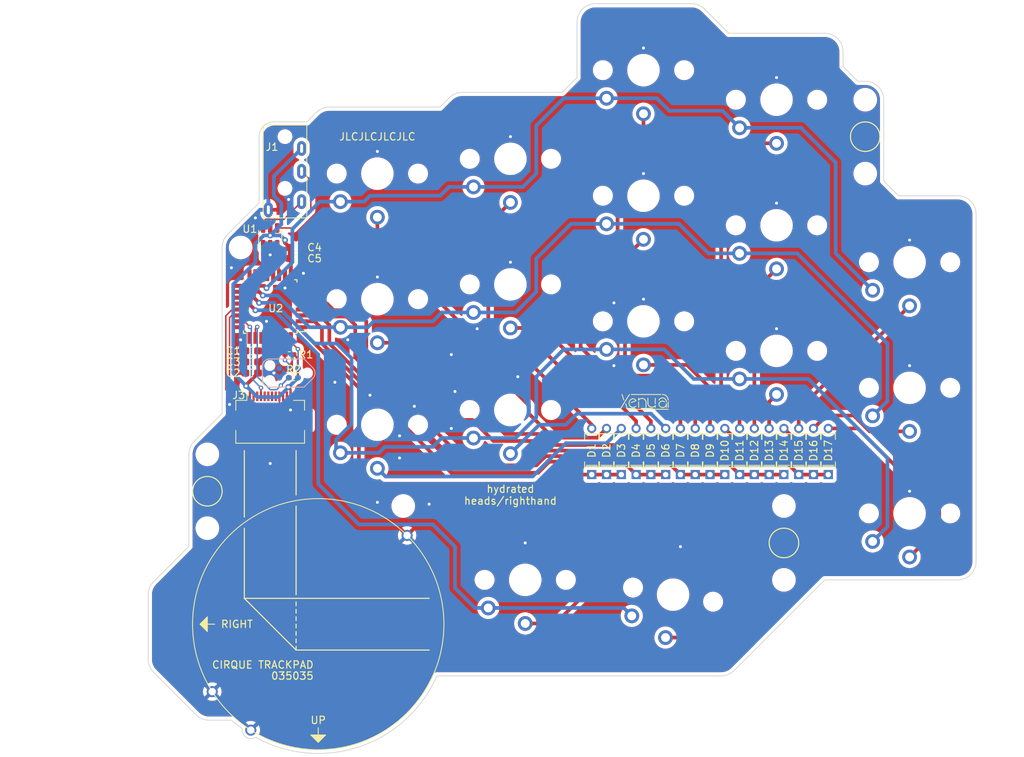
<source format=kicad_pcb>
(kicad_pcb (version 20211014) (generator pcbnew)

  (general
    (thickness 1.6)
  )

  (paper "A4")
  (layers
    (0 "F.Cu" signal)
    (31 "B.Cu" signal)
    (32 "B.Adhes" user "B.Adhesive")
    (33 "F.Adhes" user "F.Adhesive")
    (34 "B.Paste" user)
    (35 "F.Paste" user)
    (36 "B.SilkS" user "B.Silkscreen")
    (37 "F.SilkS" user "F.Silkscreen")
    (38 "B.Mask" user)
    (39 "F.Mask" user)
    (40 "Dwgs.User" user "User.Drawings")
    (41 "Cmts.User" user "User.Comments")
    (42 "Eco1.User" user "User.Eco1")
    (43 "Eco2.User" user "User.Eco2")
    (44 "Edge.Cuts" user)
    (45 "Margin" user)
    (46 "B.CrtYd" user "B.Courtyard")
    (47 "F.CrtYd" user "F.Courtyard")
    (48 "B.Fab" user)
    (49 "F.Fab" user)
    (50 "User.1" user)
    (51 "User.2" user)
    (52 "User.3" user)
    (53 "User.4" user)
    (54 "User.5" user)
    (55 "User.6" user)
    (56 "User.7" user)
    (57 "User.8" user)
    (58 "User.9" user)
  )

  (setup
    (stackup
      (layer "F.SilkS" (type "Top Silk Screen"))
      (layer "F.Paste" (type "Top Solder Paste"))
      (layer "F.Mask" (type "Top Solder Mask") (thickness 0.01))
      (layer "F.Cu" (type "copper") (thickness 0.035))
      (layer "dielectric 1" (type "core") (thickness 1.51) (material "FR4") (epsilon_r 4.5) (loss_tangent 0.02))
      (layer "B.Cu" (type "copper") (thickness 0.035))
      (layer "B.Mask" (type "Bottom Solder Mask") (thickness 0.01))
      (layer "B.Paste" (type "Bottom Solder Paste"))
      (layer "B.SilkS" (type "Bottom Silk Screen"))
      (copper_finish "None")
      (dielectric_constraints no)
    )
    (pad_to_mask_clearance 0)
    (pcbplotparams
      (layerselection 0x00010fc_ffffffff)
      (disableapertmacros false)
      (usegerberextensions false)
      (usegerberattributes true)
      (usegerberadvancedattributes true)
      (creategerberjobfile true)
      (svguseinch false)
      (svgprecision 6)
      (excludeedgelayer true)
      (plotframeref false)
      (viasonmask false)
      (mode 1)
      (useauxorigin false)
      (hpglpennumber 1)
      (hpglpenspeed 20)
      (hpglpendiameter 15.000000)
      (dxfpolygonmode true)
      (dxfimperialunits true)
      (dxfusepcbnewfont true)
      (psnegative false)
      (psa4output false)
      (plotreference true)
      (plotvalue true)
      (plotinvisibletext false)
      (sketchpadsonfab false)
      (subtractmaskfromsilk false)
      (outputformat 1)
      (mirror false)
      (drillshape 1)
      (scaleselection 1)
      (outputdirectory "")
    )
  )

  (net 0 "")
  (net 1 "GND")
  (net 2 "Net-(C1-Pad2)")
  (net 3 "+3V3")
  (net 4 "/SWDIO")
  (net 5 "/RST")
  (net 6 "/SWCLK")
  (net 7 "unconnected-(J2-Pad6)")
  (net 8 "/TRACK_SDA")
  (net 9 "/TRACK_SCL")
  (net 10 "/TRACK_BTN1")
  (net 11 "/TRACK_BTN3")
  (net 12 "/TRACK_BTN2")
  (net 13 "/TRACK_COPI")
  (net 14 "/TRACK_DATA_READY")
  (net 15 "/TRACK_CS")
  (net 16 "/TRACK_CIPO")
  (net 17 "/TRACK_SCK")
  (net 18 "/SCL")
  (net 19 "/SDA")
  (net 20 "Net-(J1-PadR2)")
  (net 21 "Net-(J1-PadR1)")
  (net 22 "C_PINKY")
  (net 23 "unconnected-(U2-Pad6)")
  (net 24 "unconnected-(U2-Pad7)")
  (net 25 "unconnected-(U2-Pad8)")
  (net 26 "R_TOP")
  (net 27 "R_HOME")
  (net 28 "R_BOTTOM")
  (net 29 "R_THUMB")
  (net 30 "C_INNER")
  (net 31 "C_INDEX")
  (net 32 "C_MIDDLE")
  (net 33 "C_RING")
  (net 34 "unconnected-(U2-Pad24)")
  (net 35 "unconnected-(U2-Pad25)")
  (net 36 "unconnected-(U2-Pad27)")
  (net 37 "Net-(D1-Pad2)")
  (net 38 "Net-(D2-Pad2)")
  (net 39 "Net-(D3-Pad2)")
  (net 40 "Net-(D4-Pad2)")
  (net 41 "Net-(D5-Pad2)")
  (net 42 "Net-(D6-Pad2)")
  (net 43 "Net-(D7-Pad2)")
  (net 44 "Net-(D8-Pad2)")
  (net 45 "Net-(D9-Pad2)")
  (net 46 "Net-(D10-Pad2)")
  (net 47 "Net-(D11-Pad2)")
  (net 48 "Net-(D12-Pad2)")
  (net 49 "Net-(D13-Pad2)")
  (net 50 "Net-(D14-Pad2)")
  (net 51 "Net-(D15-Pad2)")
  (net 52 "Net-(D16-Pad2)")
  (net 53 "Net-(D17-Pad2)")
  (net 54 "unconnected-(U2-Pad13)")
  (net 55 "unconnected-(U2-Pad14)")
  (net 56 "unconnected-(U2-Pad15)")
  (net 57 "unconnected-(U2-Pad16)")

  (footprint "Capacitor_SMD:C_0603_1608Metric_Pad1.08x0.95mm_HandSolder" (layer "F.Cu") (at 53 116.5 180))

  (footprint "MountingHole:MountingHole_2.2mm_M2_DIN965" (layer "F.Cu") (at 136 91))

  (footprint "mbk:Choc-1u-solder" (layer "F.Cu") (at 106 94))

  (footprint "Capacitor_SMD:C_0603_1608Metric_Pad1.08x0.95mm_HandSolder" (layer "F.Cu") (at 59 102.5))

  (footprint "mbk:Choc-1u-solder" (layer "F.Cu") (at 124 81))

  (footprint "1N4148:DIOAD829W49L456D191" (layer "F.Cu") (at 105 128.5 90))

  (footprint "mbk:Choc-1u-solder" (layer "F.Cu") (at 70 91))

  (footprint "1N4148:DIOAD829W49L456D191" (layer "F.Cu") (at 107 128.5 90))

  (footprint "Package_TO_SOT_SMD:SOT-23-6" (layer "F.Cu") (at 55.5 99.5 90))

  (footprint "1N4148:DIOAD829W49L456D191" (layer "F.Cu") (at 111 128.5 90))

  (footprint "Resistor_SMD:R_0402_1005Metric_Pad0.72x0.64mm_HandSolder" (layer "F.Cu") (at 58.0975 115.5 180))

  (footprint "1N4148:DIOAD829W49L456D191" (layer "F.Cu") (at 99 128.5 90))

  (footprint "cirque:cirque_TM035035" (layer "F.Cu") (at 62 152 180))

  (footprint "mbk:Choc-1u-solder" (layer "F.Cu") (at 124 98))

  (footprint "1N4148:DIOAD829W49L456D191" (layer "F.Cu") (at 127 128.5 90))

  (footprint "1N4148:DIOAD829W49L456D191" (layer "F.Cu") (at 125 128.5 90))

  (footprint "mbk:Choc-1u-solder" (layer "F.Cu") (at 88 106))

  (footprint "MountingHole:MountingHole_2.2mm_M2_DIN965" (layer "F.Cu") (at 136 81))

  (footprint "1N4148:DIOAD829W49L456D191" (layer "F.Cu") (at 117 128.5 90))

  (footprint "1N4148:DIOAD829W49L456D191" (layer "F.Cu") (at 109 128.5 90))

  (footprint "mbk:Choc-1u-solder" (layer "F.Cu") (at 142 103))

  (footprint "pj320a:Jack_3.5mm_PJ320A_Horizontal" (layer "F.Cu") (at 57.5 86 -90))

  (footprint "mbk:Choc-1u-solder" (layer "F.Cu") (at 142 137))

  (footprint "mbk:Choc-1u-solder" (layer "F.Cu") (at 124 115))

  (footprint "Connector_FFC-FPC:Hirose_FH12-12S-0.5SH_1x12-1MP_P0.50mm_Horizontal" (layer "F.Cu") (at 55.5 123))

  (footprint "1N4148:DIOAD829W49L456D191" (layer "F.Cu") (at 113 128.5 90))

  (footprint "1N4148:DIOAD829W49L456D191" (layer "F.Cu") (at 115 128.5 90))

  (footprint "mbk:Choc-1u-solder" (layer "F.Cu") (at 88 89))

  (footprint "Capacitor_SMD:C_0603_1608Metric_Pad1.08x0.95mm_HandSolder" (layer "F.Cu") (at 59 101))

  (footprint "xenua:sig" (layer "F.Cu") (at 102.845 122.905167))

  (footprint "MountingHole:MountingHole_2.2mm_M2_DIN965" (layer "F.Cu") (at 125 136))

  (footprint "mbk:Choc-1u-solder" (layer "F.Cu") (at 106 111))

  (footprint "MountingHole:MountingHole_2.2mm_M2_DIN965" (layer "F.Cu") (at 51.5 101))

  (footprint "1N4148:DIOAD829W49L456D191" (layer "F.Cu") (at 103 128.5 90))

  (footprint "MountingHole:MountingHole_2.2mm_M2_DIN965" (layer "F.Cu") (at 47 139))

  (footprint "1N4148:DIOAD829W49L456D191" (layer "F.Cu") (at 131 128.5 90))

  (footprint "mbk:Choc-1u-solder" (layer "F.Cu") (at 142 120))

  (footprint "Capacitor_SMD:C_0603_1608Metric_Pad1.08x0.95mm_HandSolder" (layer "F.Cu") (at 53 115))

  (footprint "MountingHole:MountingHole_2.2mm_M2_DIN965" (layer "F.Cu") (at 125 146))

  (footprint "mbk:Choc-1u-solder" (layer "F.Cu") (at 88 123))

  (footprint "mbk:Choc-1u-solder" (layer "F.Cu") (at 110 148 -10))

  (footprint "1N4148:DIOAD829W49L456D191" (layer "F.Cu") (at 121 128.5 90))

  (footprint "1N4148:DIOAD829W49L456D191" (layer "F.Cu") (at 119 128.5 90))

  (footprint "mbk:Choc-1u-solder" (layer "F.Cu") (at 70 108))

  (footprint "1N4148:DIOAD829W49L456D191" (layer "F.Cu") (at 101 128.5 90))

  (footprint "Resistor_SMD:R_0402_1005Metric_Pad0.72x0.64mm_HandSolder" (layer "F.Cu") (at 58.65 118.65))

  (footprint "Package_QFP:TQFP-32_7x7mm_P0.8mm" (layer "F.Cu")
    (tedit 5A02F146) (tstamp ca98b832-42d9-48ef-b0f0-8a38fadade53)
    (at 55.5 109 180)
    (descr "32-Lead Plastic Thin Quad Flatpack (PT) - 7x7x1.0 mm Body, 2.00 mm [TQFP] (see Microchip Packaging Specification 00000049BS.pdf)")
    (tags "QFP 0.8")
    (property "Sheetfile" "righthand.kicad_sch")
    (property "Sheetname" "")
    (path "/cd05dc71-d59b-4335-902d-fe9d6feaeb4a")
    (attr smd)
    (fp_text reference "U2" (at -0.75 -0.25) (layer "F.SilkS")
      (effects (font (size 1 1) (thickness 0.15)))
      (tstamp 7380e8af-0da0-4d19-b97a-3db74afed84b)
    )
    (fp_text value "ATSAMD21E17D-A" (at 0 6.05) (layer "F.Fab")
      (effects (font (size 1 1) (thickness 0.15)))
      (tstamp f2253836-2d9b-40d1-8286-5de307be6bb5)
    )
    (fp_text user "${REFERENCE}" (at 0 0) (layer "F.Fab")
      (effects (font (size 1 1) (thickness 0.15)))
      (tstamp ff516df4-8762-493a-bfa9-d109ded985f2)
    )
    (fp_line (start -3.625 3.625) (end -3.625 3.3) (layer "F.SilkS") (width 0.15) (tstamp 163a52c9-5b76-408e-9e8d-b1d727f1e5eb))
    (fp_line (start -3.625 -3.4) (end -5.05 -3.4) (layer "F.SilkS") (width 0.15) (tstamp 4694337d-87f2-4001-9a42-3ac5af7174f1))
    (fp_line (start -3.625 -3.625) (end -3.625 -3.4) (layer "F.SilkS") (width 0.15) (tstamp 47cb438f-2cfc-49d4-b243-896fd33c4f28))
    (fp_line (start 3.625 3.625) (end 3.3 3.625) (layer "F.SilkS") (width 0.15) (tstamp 875bddaa-a6a5-4d05-aa4e-f34cad246fdd))
    (fp_line (start -3.625 3.625) (end -3.3 3.625) (layer "F.SilkS") (width 0.15) (tstamp abbb76e5-e303-4551-abef-6360b634a66e))
    (fp_line (start -3.625 -3.625) (end -3.3 -3.625) (layer "F.SilkS") (width 0.15) (tstamp b86e3cce-ec47-4e60-ad5f-0c88bb84273a))
    (fp_line (start 3.625 -3.625) (end 3.3 -3.625) (layer "F.SilkS") (width 0.15) (tstamp bd51819b-f5a4-4341-9885-d60fd4aa7ac5))
    (fp_line (start 3.625 -3.625) (end 3.625 -3.3) (layer "F.SilkS") (width 0.15) (tstamp d5bef497-bc4d-4dbe-99cb-e4b3a4c01e3f))
    (fp_line (start 3.625 3.625) (end 3.625 3.3) (layer "F.SilkS") (width 0.15) (tstamp d8527688-0a5f-4213-b379-755ddb37619d))
    (fp_line (start -5.3 -5.3) (end 5.3 -5.3) (layer "F.CrtYd") (width 0.05) (tstamp 075e0099-43cc-4e57-801b-810418507ddf))
    (fp_line (start -5.3 5.3) (end 5.3 5.3) (layer "F.CrtYd") (width 0.05) (tstamp 20f4c3c6-d0c7-4e28-b603-453c6a1d75b5))
    (fp_line (start 5.3 -5.3) (end 5.3 5.3) (layer "F.CrtYd") (width 0.05) (tstamp 2133e340-0ea5-497f-be25-7d4b6d30df2c))
    (fp_line (start -5.3 -5.3) (end -5.3 5.3) (layer "F.CrtYd") (width 0.05) (tstamp cc26b4de-d661-424c-883c-1a8ced1f8768))
    (fp_line (start 3.5 -3.5) (end 3.5 3.5) (layer "F.Fab") (width 0.15) (tstamp 0ab6f123-2f7f-4459-9959-f610555e9965))
    (fp_line (start -3.5 3.5) (end -3.5 -2.5) (layer "F.Fab") (width 0.15) (tstamp 5f53635a-7790-49ef-a708-d89dbdce66ff))
    (fp_line (start 3.5 3.5) (end -3.5 3.5) (layer "F.Fab") (width 0.15) (tstamp 6e1700cd-cad7-4c73-a404-c7fdf714574e))
    (fp_line (start -3.5 -2.5) (end -2.5 -3.5) (layer "F.Fab") (width 0.15) (tstamp a4b2c316-8378-48ff-9099-c95542d4d444))
    (fp_line (start -2.5 -3.5) (end 3.5 -3.5) (layer "F.Fab") (width 0.15) (tstamp fa371ff8-e6fb-4463-8f56-ac49214cf9cf))
    (pad "1" smd rect (at -4.25 -2.8 180) (size 1.6 0.55) (layers "F.Cu" "F.Paste" "F.Mask")
      (net 30 "C_INNER") (pinfunction "PA00") (pintype "bidirectional") (tstamp de6c64d1-4ece-4a3f-aa19-c7141c9b1d34))
    (pad "2" smd rect (at -4.25 -2 180) (size 1.6 0.55) (layers "F.Cu" "F.Paste" "F.Mask")
      (net 31 "C_INDEX") (pinfunction "PA01") (pintype "bidirectional") (tstamp 84b5f244-dacb-46d0-b787-6a3c3e03a9e9))
    (pad "3" smd rect (at -4.25 -1.2 180) (size 1.6 0.55) (layers "F.Cu" "F.Paste" "F.Mask")
      (net 32 "C_MIDDLE") (pinfunction "PA02") (pintype "bidirectional") (tstamp 5597da75-39fc-4d77-89f2-21aa5ef8ba8f))
    (pad "4" smd rect (at -4.25 -0.4 180) (size 1.6 0.55) (layers "F.Cu" "F.Paste" "F.Mask")
      (net 33 "C_RING") (pinfunction "PA03") (pintype "bidirectional") (tstamp 209cde5c-0bb3-411e-b329-e93397c704e0))
    (pad "5" smd rect (at -4.25 0.4 180) (size 1.6 0.55) (layers "F.Cu" "F.Paste" "F.Mask")
      (net 22 "C_PINKY") (pinfunction "PA04") (pintype "bidirectional") (tstamp b82ab260-9cf7-4a11-a443-5d402a27af23))
    (pad "6" smd rect (at -4.25 1.2 180) (size 1.6 0.55) (layers "F.Cu" "F.Paste" "F.Mask")
      (net 23 "unconnected-(U2-Pad6)") (pinfunction "PA05") (pintype "bidirectional+no_connect") (tstamp 179c24d1-7126-42bf-97a3-780c05bb1910))
    (pad "7" smd rect (at -4.25 2 180) (size 1.6 0.55) (layers "F.Cu" "F.Paste" "F.Mask")
      (net 24 "unconnected-(U2-Pad7)") (pinfunction "PA06") (pintype "bidirectional+no_connect") (tstamp d5c4fb86-56b1-4f06-b04a-6b003385b76a))
    (pad "8" smd rect (at -4.25 2.8 180) (size 1.6 0.55) (layers "F.Cu" "F.Paste" "F.Mask")
      (net 25 "unconnected-(U2-Pad8)") (pinfunction "PA07") (pintype "bidirectional+no_connect") (tstamp 05a71337-cddb-4d9a-b7ab-112952ceb99b))
    (pad "9" smd rect (at -2.8 4.25 270) (size 1.6 0.55) (layers "F.Cu" "F.Paste" "F.Mask")
      (net 3 "+3V3") (pinfunction "VDDANA") (pintype "power_in") (tstamp 19e7f328-1b42-4b5f-b189-e1c202679413))
    (pad "10" smd rect (at -2 4.25 270) (size 1.6 0.55) (layers "F.Cu" "F.Paste" "F.Mask")
      (net 1 "GND") (pinfunction "GND") (pintype "power_in") (tstamp 601a63e5-e8d1-4165-82a6-b7c129cc85db))
    (pad "11" smd rect (at -1.2 4.25 270) (size 1.6 0.55) (layers "F.Cu" "F.Paste" "F.Mask")
      (net 19 "/SDA") (pinfunction "PA08") (pintype "bidirectional") (tstamp a341d461-973d-44b7-8f50-9064ec25a1b9))
    (pad "12" smd rect (at -0.4 4.25 270) (size 1.6 0.55) (layers "F.Cu" "F.Paste" "F.Mask")
      (net 18 "/SCL") (pinfunction "PA09") (pintype "bidirectional") (tstamp 7c21c702-62ed-4fbe-a9bf-b52df7481f9c))
    (pad "13" smd rect (at 0.4 4.25 270) (size 1.6 0.55) (layers "F.Cu" "F.Paste" "F.Mask")
      (net 54 "unconnected-(U2-Pad13)") (pinfunction "PA10") (pintype "bidirectional+no_connect") (tstamp b15aa40e-49e4-4bd0-a781-339e9eac9336))
    (pad "14" smd rect (at 1.2 4.25 270) (size 1.6 0.55) (layers "F.Cu" "F.Paste" "F.Mask")
      (net 55 "unconnected-(U2-Pad14)") (pinfunction "PA11") (pintype "bidirectional+no_connect") (tstamp 7ef9cf97-2e8e-4fee-aa02-f3d27d0097f0))
    (pad "15" smd rect (at 2 4.25 270) (size 1.6 0.55) (layers "F.Cu" "F.Paste" "F.Mask")
      (net 56 "unconnected-(U2-Pad15)") (pinfunction "PA14") (pintype "bidirectional+no_connect") (tstamp 1a5c968d-6d6d-4b8f-aa20-f0beedf479ab))
    (pad "16" smd rect (at 2.8 4.25 270) (size 1.6 0.55) (layers "F.Cu" "F.Paste" "F.Mask")
      (net 57 "unconnected-(U2-Pad16)") (pinfunction "PA15") (pintype "bidirectional+no_connect") (tstamp d882f916-6c04-4ebf-9600-80faa0ae7532))
    (pad "17" smd rect (at 4.25 2.8 180) (size 1.6 0.55) (layers "F.Cu" "F.Paste" "F.Mask")
      (net 26 "R_TOP") (pinfunction "PA16") (pintype "bidirectional") (tstamp 25b67f90-d6ae-4b36-b7d8-dbd1eb562431))
    (pad "18" smd rect (at 4.25 2 180) (size 1.6 0.55) (layers "F.Cu" "F.Paste" "F.Mask")
      (net 27 "R_HOME") (pinfunction "PA17") (pintype "bidirectional") (tstamp aaf0fcf7-daea-4cf4-918f-33cd10d20e92))
    (pad "19" smd rect (at 4.25 1.2 180) (size 1.6 0.55) (layers "F.Cu" "F.Paste" "F.Mask")
      (net 28 "R_BOTTOM") (pinfunction "PA18") (pintype "bidirectional") (tstamp a60b618b-4fec-4eba-a2f4-21b857aad465))
    (pad "20" smd rect (at 4.25 0.4 180) (size 1.6 0.55) (layers "F.Cu" "F.Paste" "F.Mask")
      (net 29 "R_THUMB") (pinfunction "PA19") (pintype "bidirectional") (tstamp 51dcbdf4-67c9-48cf-972b-daeb9ffcc053))
    (pad "21" smd rect (at 4.25 -0.4 180) (size 1.6 0.55) (layers "F.Cu" "F.Paste" "F.Mask")
      (net 8 "/TRACK_SDA") (pinfunction "PA22") (pintype "bidirectional") (tstamp b97c1fb9-fe2a-49c9-ba0d-c17a4800962a))
    (pad "22" smd rect (at 4.25 -1.2 180) (size 1.6 0.55) (layers "F.Cu" "F.Paste" "F.Mask")
      (net 9 "/TRACK_SCL") (pinfunction "PA23") (pintype "bidirectional") (tstamp e9f5260f-0416-4bfb-bce4-b9c39e3e9aa2))
    (pad "23" smd rect (at 4.25 -2 180) (size 1.6 0.55) (layers "F.Cu" "F.Paste" "F.Mask")
      (net 14 "/TRACK_DATA_READY") (pinfunction "PA24") (pintype "bidirectional") (tstamp 4b2c6017-7f5d-439b-898b-effb198e3a50))
    (pad "24" smd rect (at 4.25 -2.8 180) (size 1.6 0.55) (layers "F.Cu" "F.Paste" "F.Mask")
      (net 34 "unconnected-(U2-Pad24)") (pinfunction "PA25") (pintype "bidirectional+no_connect") (tstamp edcdd89e-0e7a-4ee9-848c-5ec6384580bc))
    (pad "25" smd rect (at 2.8 -4.25 270) (size 1.6 0.55) (layers "F.Cu" "F.Paste" "F.Mask")
      (net 35 "unconnected-(U2-Pad25)") (pinfunction "PA27") (pintype "bidirectional+no_connect") (tstamp 33c91d18-305b-4757-90b0-4e11771e92dc))
    (pad "26" smd rect (at 2 -4.25 270) (size 1.6 0.55) (layers "F.Cu" "F.Paste" "F.Mask")
      (net 5 "/RST") (pinfunction "~{RESET}") (pintype "input") (tstamp 0c963362-c0f1-4a4e-b666-50a0867beb93))
    (pad "27" smd rect (at 1.2 -4.25 270) (size 1.6 0.55) (layers "F.Cu" "F.Paste" "F.Mask")
      (net 36 "unconnected-(U2-Pad27)") (pinfunction "PA28") (pintype "bidirectional+no_connect") (tstamp 8bfda477-1e21-4e67-aa1a-5c90ee4db74d))
    (pad "28" smd rect (at 0.4 -4.25 270) (size 1.6 0.55) (layers "F.Cu" "F.Paste" "F.Mask")
      (net 1 "GND") (pinfunction "GND") (pintype "passive") (tstamp c15636c6-7720-4ee1-ae58-d7ce3fec70a7))
    (pad "29" smd rect (at -0.4 -4.25 270) (size 1.6 0.55) (layers "F.Cu" "F.Paste" "F.Mask")
      (net 2 "Net-(C1-Pad2)") (pinfunction "VDDCORE") (pintype "power_out") (tstamp 10dfd60a-5c2b-448a-855d-a1cf2757b04c))
    (pad "30" smd rect (at -1.2 -4.25 270) (size 1.6 0.55) (layers "F.Cu" "F.Paste" "F.Mask")
      (net 3 "+3V3") (pinfunction "VDDIN") (pintype "power_in") (tstamp 9f40b07d-8151-46dd-a966-9ad7763381d7))
    (pad "31" smd rect (at -2 -4.25 270) (size 1.6 0.55) (layers "F.Cu" "F.Paste" "F.Mask")
      (net 6 "/SWCLK") (pinfunction "PA30") (pintype "bidirectional") (tstamp 4090e654-f907-4dbc-9380-9bfd87f2170f))
    (pad "32" smd rect (at -2.8 -4.25 270) (size 1.6 0.55) (layers "F.Cu" "F.Paste" "F.Mask")
      (net 4 "/SWDIO") (pinfunction "PA31") (pintype "bidirectional") (tstamp 3a044405-4a33-4b3f-aea3-af448d3891d2))
    (model "${KICAD6_3DMODEL_DIR}/Package_QFP.3dshapes/TQFP-32_7x7mm_P0.8mm.wrl"
      (
... [1202552 chars truncated]
</source>
